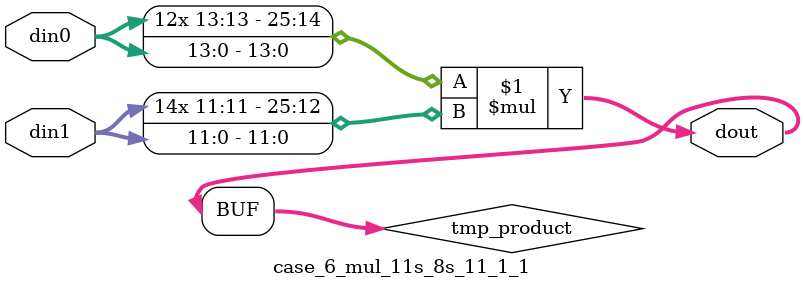
<source format=v>

`timescale 1 ns / 1 ps

 module case_6_mul_11s_8s_11_1_1(din0, din1, dout);
parameter ID = 1;
parameter NUM_STAGE = 0;
parameter din0_WIDTH = 14;
parameter din1_WIDTH = 12;
parameter dout_WIDTH = 26;

input [din0_WIDTH - 1 : 0] din0; 
input [din1_WIDTH - 1 : 0] din1; 
output [dout_WIDTH - 1 : 0] dout;

wire signed [dout_WIDTH - 1 : 0] tmp_product;



























assign tmp_product = $signed(din0) * $signed(din1);








assign dout = tmp_product;





















endmodule

</source>
